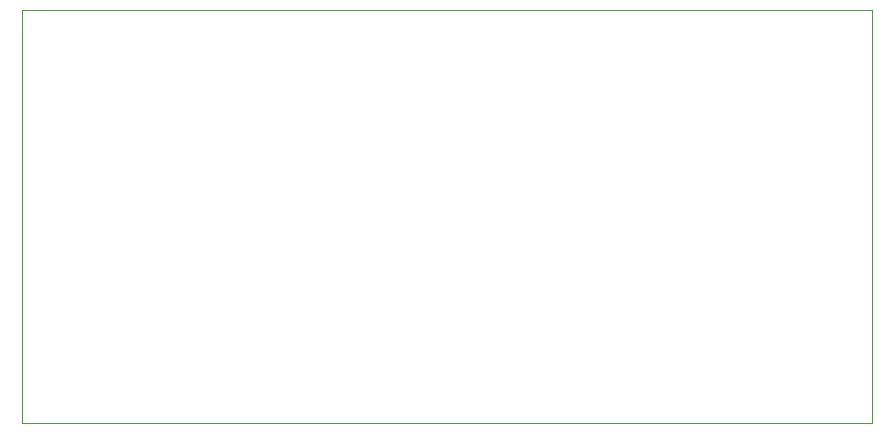
<source format=gm1>
G04 #@! TF.GenerationSoftware,KiCad,Pcbnew,8.0.0*
G04 #@! TF.CreationDate,2025-01-04T20:08:10+01:00*
G04 #@! TF.ProjectId,inzynierka,696e7a79-6e69-4657-926b-612e6b696361,rev?*
G04 #@! TF.SameCoordinates,Original*
G04 #@! TF.FileFunction,Profile,NP*
%FSLAX46Y46*%
G04 Gerber Fmt 4.6, Leading zero omitted, Abs format (unit mm)*
G04 Created by KiCad (PCBNEW 8.0.0) date 2025-01-04 20:08:10*
%MOMM*%
%LPD*%
G01*
G04 APERTURE LIST*
G04 #@! TA.AperFunction,Profile*
%ADD10C,0.050000*%
G04 #@! TD*
G04 APERTURE END LIST*
D10*
X109000000Y-77900000D02*
X181000000Y-77900000D01*
X181000000Y-112900000D01*
X109000000Y-112900000D01*
X109000000Y-77900000D01*
M02*

</source>
